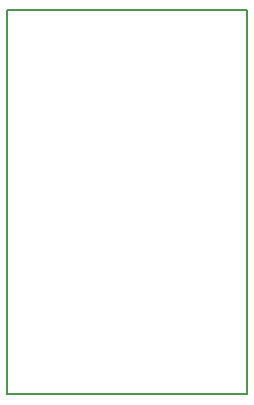
<source format=gko>
G04 #@! TF.FileFunction,Profile,NP*
%FSLAX46Y46*%
G04 Gerber Fmt 4.6, Leading zero omitted, Abs format (unit mm)*
G04 Created by KiCad (PCBNEW 4.0.6+dfsg1-1) date Mon Feb 26 16:02:50 2018*
%MOMM*%
%LPD*%
G01*
G04 APERTURE LIST*
%ADD10C,0.100000*%
%ADD11C,0.150000*%
G04 APERTURE END LIST*
D10*
D11*
X20396200Y76200D02*
X20396200Y330200D01*
X76200Y76200D02*
X20396200Y76200D01*
X76200Y32588200D02*
X76200Y76200D01*
X20396200Y32588200D02*
X76200Y32588200D01*
X20396200Y330200D02*
X20396200Y32588200D01*
M02*

</source>
